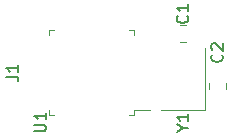
<source format=gto>
G04 #@! TF.GenerationSoftware,KiCad,Pcbnew,5.1.5*
G04 #@! TF.CreationDate,2020-02-24T19:12:41+03:00*
G04 #@! TF.ProjectId,mod-lqfp48,6d6f642d-6c71-4667-9034-382e6b696361,rev?*
G04 #@! TF.SameCoordinates,PX1036640PYec82e0*
G04 #@! TF.FileFunction,Legend,Top*
G04 #@! TF.FilePolarity,Positive*
%FSLAX46Y46*%
G04 Gerber Fmt 4.6, Leading zero omitted, Abs format (unit mm)*
G04 Created by KiCad (PCBNEW 5.1.5) date 2020-02-24 19:12:41*
%MOMM*%
%LPD*%
G04 APERTURE LIST*
%ADD10C,0.120000*%
%ADD11C,0.150000*%
G04 APERTURE END LIST*
D10*
X8340000Y-2810000D02*
X7890000Y-2810000D01*
X7890000Y-2810000D02*
X7890000Y-3260000D01*
X14660000Y-2810000D02*
X15110000Y-2810000D01*
X15110000Y-2810000D02*
X15110000Y-3260000D01*
X8340000Y-10030000D02*
X7890000Y-10030000D01*
X7890000Y-10030000D02*
X7890000Y-9580000D01*
X14660000Y-10030000D02*
X15110000Y-10030000D01*
X15110000Y-10030000D02*
X15110000Y-9580000D01*
X15110000Y-9580000D02*
X16400000Y-9580000D01*
X19508252Y-3828000D02*
X18985748Y-3828000D01*
X19508252Y-2408000D02*
X18985748Y-2408000D01*
X21458000Y-7301748D02*
X21458000Y-7824252D01*
X22878000Y-7301748D02*
X22878000Y-7824252D01*
X17373000Y-9587000D02*
X21073000Y-9587000D01*
X21073000Y-9587000D02*
X21073000Y-4287000D01*
D11*
X4284880Y-6753333D02*
X4999166Y-6753333D01*
X5142023Y-6800952D01*
X5237261Y-6896190D01*
X5284880Y-7039047D01*
X5284880Y-7134285D01*
X5284880Y-5753333D02*
X5284880Y-6324761D01*
X5284880Y-6039047D02*
X4284880Y-6039047D01*
X4427738Y-6134285D01*
X4522976Y-6229523D01*
X4570595Y-6324761D01*
X6634380Y-11372904D02*
X7443904Y-11372904D01*
X7539142Y-11325285D01*
X7586761Y-11277666D01*
X7634380Y-11182428D01*
X7634380Y-10991952D01*
X7586761Y-10896714D01*
X7539142Y-10849095D01*
X7443904Y-10801476D01*
X6634380Y-10801476D01*
X7634380Y-9801476D02*
X7634380Y-10372904D01*
X7634380Y-10087190D02*
X6634380Y-10087190D01*
X6777238Y-10182428D01*
X6872476Y-10277666D01*
X6920095Y-10372904D01*
X19604142Y-1570166D02*
X19651761Y-1617785D01*
X19699380Y-1760642D01*
X19699380Y-1855880D01*
X19651761Y-1998738D01*
X19556523Y-2093976D01*
X19461285Y-2141595D01*
X19270809Y-2189214D01*
X19127952Y-2189214D01*
X18937476Y-2141595D01*
X18842238Y-2093976D01*
X18747000Y-1998738D01*
X18699380Y-1855880D01*
X18699380Y-1760642D01*
X18747000Y-1617785D01*
X18794619Y-1570166D01*
X19699380Y-617785D02*
X19699380Y-1189214D01*
X19699380Y-903500D02*
X18699380Y-903500D01*
X18842238Y-998738D01*
X18937476Y-1093976D01*
X18985095Y-1189214D01*
X22525142Y-4872166D02*
X22572761Y-4919785D01*
X22620380Y-5062642D01*
X22620380Y-5157880D01*
X22572761Y-5300738D01*
X22477523Y-5395976D01*
X22382285Y-5443595D01*
X22191809Y-5491214D01*
X22048952Y-5491214D01*
X21858476Y-5443595D01*
X21763238Y-5395976D01*
X21668000Y-5300738D01*
X21620380Y-5157880D01*
X21620380Y-5062642D01*
X21668000Y-4919785D01*
X21715619Y-4872166D01*
X21715619Y-4491214D02*
X21668000Y-4443595D01*
X21620380Y-4348357D01*
X21620380Y-4110261D01*
X21668000Y-4015023D01*
X21715619Y-3967404D01*
X21810857Y-3919785D01*
X21906095Y-3919785D01*
X22048952Y-3967404D01*
X22620380Y-4538833D01*
X22620380Y-3919785D01*
X19223190Y-11087190D02*
X19699380Y-11087190D01*
X18699380Y-11420523D02*
X19223190Y-11087190D01*
X18699380Y-10753857D01*
X19699380Y-9896714D02*
X19699380Y-10468142D01*
X19699380Y-10182428D02*
X18699380Y-10182428D01*
X18842238Y-10277666D01*
X18937476Y-10372904D01*
X18985095Y-10468142D01*
M02*

</source>
